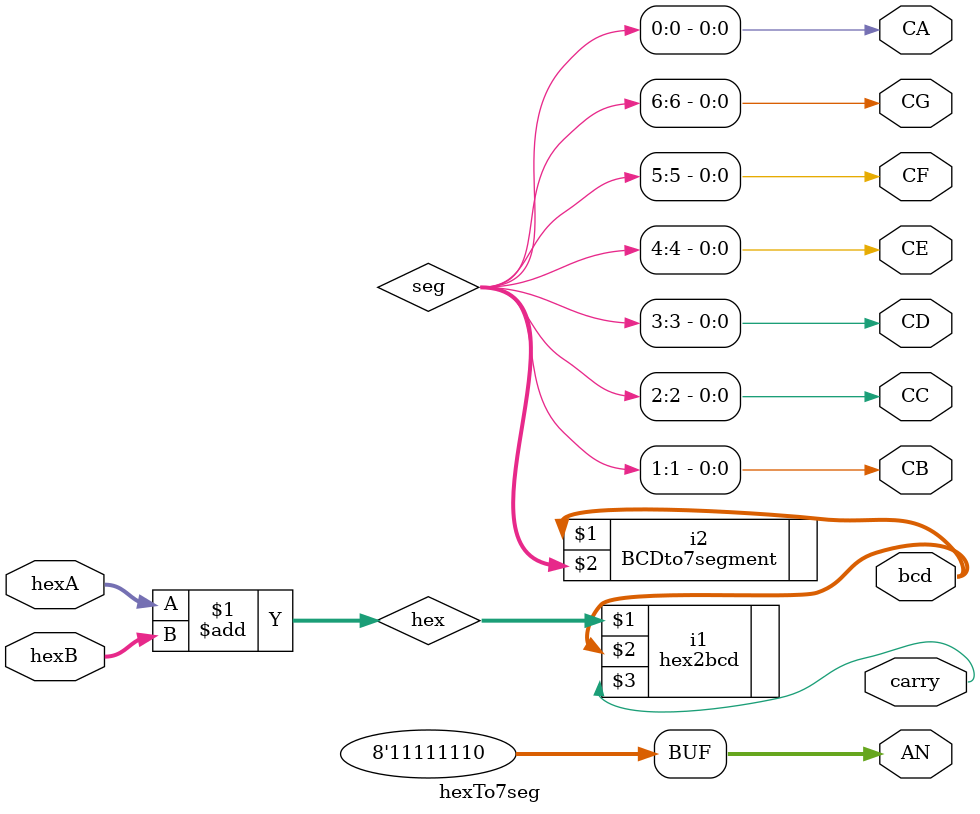
<source format=v>

module hexTo7seg(
    input [2:0] hexA,
    input [2:0] hexB,
    output [3:0] bcd,
    output carry,
    output [7:0] AN,
    output CA,
    output CB,
    output CC,
    output CD,
    output CE,
    output CF,
    output CG
    );
    
    // exercise the two modules
    wire [6:0] seg;
    wire [3:0] hex;
    
    assign hex = hexA+hexB;
    hex2bcd i1(hex,bcd,carry);
    BCDto7segment i2(bcd,seg);
    
    //now translate seg into the default cathod a, cathod b, language of the XDC file
    assign CA = seg[0];
    assign CB = seg[1];
    assign CC = seg[2];
    assign CD = seg[3];
    assign CE = seg[4];
    assign CF = seg[5];
    assign CG = seg[6]; 
    
    //turn 7 out of the 8 displays off, only the right most one is on
    assign AN[7]=1;
    assign AN[6]=1;
    assign AN[5]=1;
    assign AN[4]=1;
    assign AN[3]=1;
    assign AN[2]=1;
    assign AN[1]=1;
    assign AN[0]=0;
       
endmodule

</source>
